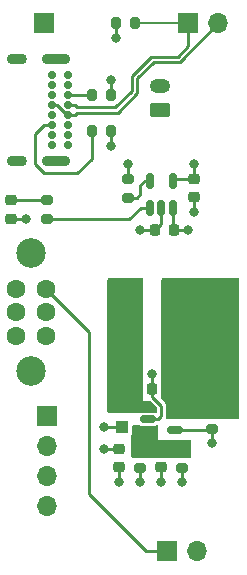
<source format=gbr>
%TF.GenerationSoftware,KiCad,Pcbnew,(6.0.7)*%
%TF.CreationDate,2022-10-01T16:55:56-07:00*%
%TF.ProjectId,dso150_mod,64736f31-3530-45f6-9d6f-642e6b696361,1.0*%
%TF.SameCoordinates,Original*%
%TF.FileFunction,Copper,L1,Top*%
%TF.FilePolarity,Positive*%
%FSLAX46Y46*%
G04 Gerber Fmt 4.6, Leading zero omitted, Abs format (unit mm)*
G04 Created by KiCad (PCBNEW (6.0.7)) date 2022-10-01 16:55:56*
%MOMM*%
%LPD*%
G01*
G04 APERTURE LIST*
G04 Aperture macros list*
%AMRoundRect*
0 Rectangle with rounded corners*
0 $1 Rounding radius*
0 $2 $3 $4 $5 $6 $7 $8 $9 X,Y pos of 4 corners*
0 Add a 4 corners polygon primitive as box body*
4,1,4,$2,$3,$4,$5,$6,$7,$8,$9,$2,$3,0*
0 Add four circle primitives for the rounded corners*
1,1,$1+$1,$2,$3*
1,1,$1+$1,$4,$5*
1,1,$1+$1,$6,$7*
1,1,$1+$1,$8,$9*
0 Add four rect primitives between the rounded corners*
20,1,$1+$1,$2,$3,$4,$5,0*
20,1,$1+$1,$4,$5,$6,$7,0*
20,1,$1+$1,$6,$7,$8,$9,0*
20,1,$1+$1,$8,$9,$2,$3,0*%
G04 Aperture macros list end*
%TA.AperFunction,ComponentPad*%
%ADD10R,1.700000X1.700000*%
%TD*%
%TA.AperFunction,ComponentPad*%
%ADD11O,1.700000X1.700000*%
%TD*%
%TA.AperFunction,ComponentPad*%
%ADD12RoundRect,0.250000X0.625000X-0.350000X0.625000X0.350000X-0.625000X0.350000X-0.625000X-0.350000X0*%
%TD*%
%TA.AperFunction,ComponentPad*%
%ADD13O,1.750000X1.200000*%
%TD*%
%TA.AperFunction,SMDPad,CuDef*%
%ADD14RoundRect,0.225000X0.225000X0.250000X-0.225000X0.250000X-0.225000X-0.250000X0.225000X-0.250000X0*%
%TD*%
%TA.AperFunction,SMDPad,CuDef*%
%ADD15RoundRect,0.200000X0.275000X-0.200000X0.275000X0.200000X-0.275000X0.200000X-0.275000X-0.200000X0*%
%TD*%
%TA.AperFunction,SMDPad,CuDef*%
%ADD16RoundRect,0.225000X0.250000X-0.225000X0.250000X0.225000X-0.250000X0.225000X-0.250000X-0.225000X0*%
%TD*%
%TA.AperFunction,SMDPad,CuDef*%
%ADD17RoundRect,0.200000X-0.200000X-0.275000X0.200000X-0.275000X0.200000X0.275000X-0.200000X0.275000X0*%
%TD*%
%TA.AperFunction,SMDPad,CuDef*%
%ADD18R,1.500000X2.400000*%
%TD*%
%TA.AperFunction,SMDPad,CuDef*%
%ADD19RoundRect,0.218750X-0.256250X0.218750X-0.256250X-0.218750X0.256250X-0.218750X0.256250X0.218750X0*%
%TD*%
%TA.AperFunction,SMDPad,CuDef*%
%ADD20RoundRect,0.225000X-0.250000X0.225000X-0.250000X-0.225000X0.250000X-0.225000X0.250000X0.225000X0*%
%TD*%
%TA.AperFunction,ComponentPad*%
%ADD21C,2.500000*%
%TD*%
%TA.AperFunction,ComponentPad*%
%ADD22C,1.600000*%
%TD*%
%TA.AperFunction,ComponentPad*%
%ADD23C,0.700000*%
%TD*%
%TA.AperFunction,ComponentPad*%
%ADD24O,2.400000X0.900000*%
%TD*%
%TA.AperFunction,ComponentPad*%
%ADD25O,1.700000X0.900000*%
%TD*%
%TA.AperFunction,SMDPad,CuDef*%
%ADD26RoundRect,0.150000X0.150000X-0.512500X0.150000X0.512500X-0.150000X0.512500X-0.150000X-0.512500X0*%
%TD*%
%TA.AperFunction,SMDPad,CuDef*%
%ADD27R,1.100000X1.100000*%
%TD*%
%TA.AperFunction,SMDPad,CuDef*%
%ADD28RoundRect,0.200000X-0.275000X0.200000X-0.275000X-0.200000X0.275000X-0.200000X0.275000X0.200000X0*%
%TD*%
%TA.AperFunction,SMDPad,CuDef*%
%ADD29RoundRect,0.150000X-0.512500X-0.150000X0.512500X-0.150000X0.512500X0.150000X-0.512500X0.150000X0*%
%TD*%
%TA.AperFunction,ViaPad*%
%ADD30C,0.800000*%
%TD*%
%TA.AperFunction,Conductor*%
%ADD31C,0.250000*%
%TD*%
%TA.AperFunction,Conductor*%
%ADD32C,0.200000*%
%TD*%
G04 APERTURE END LIST*
D10*
%TO.P,J2,1,Pin_1*%
%TO.N,/D+*%
X155443000Y-75692000D03*
D11*
%TO.P,J2,2,Pin_2*%
%TO.N,/D-*%
X157983000Y-75692000D03*
%TD*%
D12*
%TO.P,J3,1,Pin_1*%
%TO.N,+BATT*%
X152998000Y-83042000D03*
D13*
%TO.P,J3,2,Pin_2*%
%TO.N,GND*%
X152998000Y-81042000D03*
%TD*%
D14*
%TO.P,C2,1*%
%TO.N,+BATT*%
X154191000Y-93218000D03*
%TO.P,C2,2*%
%TO.N,GND*%
X152641000Y-93218000D03*
%TD*%
D15*
%TO.P,R4,1*%
%TO.N,Net-(R4-Pad1)*%
X150368000Y-90487000D03*
%TO.P,R4,2*%
%TO.N,GND*%
X150368000Y-88837000D03*
%TD*%
D16*
%TO.P,C4,1*%
%TO.N,+9V*%
X153162000Y-113297000D03*
%TO.P,C4,2*%
%TO.N,Net-(C4-Pad2)*%
X153162000Y-111747000D03*
%TD*%
D17*
%TO.P,R3,1*%
%TO.N,+3.3V*%
X149289000Y-75692000D03*
%TO.P,R3,2*%
%TO.N,/D+*%
X150939000Y-75692000D03*
%TD*%
D14*
%TO.P,C3,1*%
%TO.N,+BATT*%
X153937000Y-106680000D03*
%TO.P,C3,2*%
%TO.N,GND*%
X152387000Y-106680000D03*
%TD*%
D16*
%TO.P,C5,1*%
%TO.N,+9V*%
X149606000Y-113297000D03*
%TO.P,C5,2*%
%TO.N,GND*%
X149606000Y-111747000D03*
%TD*%
D18*
%TO.P,L1,1,1*%
%TO.N,+BATT*%
X156312000Y-101600000D03*
%TO.P,L1,2,2*%
%TO.N,Net-(D2-Pad2)*%
X150012000Y-101600000D03*
%TD*%
D19*
%TO.P,D1,1,K*%
%TO.N,Net-(D1-Pad1)*%
X140462000Y-90652500D03*
%TO.P,D1,2,A*%
%TO.N,+5V*%
X140462000Y-92227500D03*
%TD*%
D17*
%TO.P,R2,1*%
%TO.N,Net-(J1-PadA5)*%
X147257000Y-81788000D03*
%TO.P,R2,2*%
%TO.N,GND*%
X148907000Y-81788000D03*
%TD*%
D20*
%TO.P,C1,1*%
%TO.N,+5V*%
X155956000Y-88887000D03*
%TO.P,C1,2*%
%TO.N,GND*%
X155956000Y-90437000D03*
%TD*%
D21*
%TO.P,SW1,*%
%TO.N,*%
X142113000Y-95171000D03*
X142113000Y-105171000D03*
D22*
%TO.P,SW1,1,A*%
%TO.N,Net-(SW1-Pad1)*%
X143383000Y-98171000D03*
%TO.P,SW1,2,B*%
%TO.N,+9V*%
X143383000Y-100171000D03*
%TO.P,SW1,3,C*%
%TO.N,unconnected-(SW1-Pad3)*%
X143383000Y-102171000D03*
%TO.P,SW1,4,A*%
%TO.N,unconnected-(SW1-Pad4)*%
X140883000Y-98171000D03*
%TO.P,SW1,5,B*%
%TO.N,GND*%
X140883000Y-100171000D03*
%TO.P,SW1,6,C*%
%TO.N,Net-(R8-Pad2)*%
X140883000Y-102171000D03*
%TD*%
D17*
%TO.P,R1,1*%
%TO.N,Net-(J1-PadB5)*%
X147257000Y-84836000D03*
%TO.P,R1,2*%
%TO.N,GND*%
X148907000Y-84836000D03*
%TD*%
D15*
%TO.P,R5,1*%
%TO.N,Net-(R5-Pad1)*%
X143510000Y-92265000D03*
%TO.P,R5,2*%
%TO.N,Net-(D1-Pad1)*%
X143510000Y-90615000D03*
%TD*%
D23*
%TO.P,J1,A1,GND*%
%TO.N,GND*%
X145249000Y-80083000D03*
%TO.P,J1,A4,VBUS*%
%TO.N,+5V*%
X145249000Y-80933000D03*
%TO.P,J1,A5,CC1*%
%TO.N,Net-(J1-PadA5)*%
X145249000Y-81783000D03*
%TO.P,J1,A6,D+*%
%TO.N,/D+*%
X145249000Y-82633000D03*
%TO.P,J1,A7,D-*%
%TO.N,/D-*%
X145249000Y-83483000D03*
%TO.P,J1,A8,SBU1*%
%TO.N,unconnected-(J1-PadA8)*%
X145249000Y-84333000D03*
%TO.P,J1,A9,VBUS*%
%TO.N,+5V*%
X145249000Y-85183000D03*
%TO.P,J1,A12,GND*%
%TO.N,GND*%
X145249000Y-86033000D03*
%TO.P,J1,B1,GND*%
X143899000Y-86033000D03*
%TO.P,J1,B4,VBUS*%
%TO.N,+5V*%
X143899000Y-85183000D03*
%TO.P,J1,B5,CC2*%
%TO.N,Net-(J1-PadB5)*%
X143899000Y-84333000D03*
%TO.P,J1,B6,D+*%
%TO.N,/D+*%
X143899000Y-83483000D03*
%TO.P,J1,B7,D-*%
%TO.N,/D-*%
X143899000Y-82633000D03*
%TO.P,J1,B8,SBU2*%
%TO.N,unconnected-(J1-PadB8)*%
X143899000Y-81783000D03*
%TO.P,J1,B9,VBUS*%
%TO.N,+5V*%
X143899000Y-80933000D03*
%TO.P,J1,B12,GND*%
%TO.N,GND*%
X143899000Y-80083000D03*
D24*
%TO.P,J1,S1,SHIELD*%
X144269000Y-87383000D03*
D25*
X140889000Y-78733000D03*
X140889000Y-87383000D03*
D24*
X144269000Y-78733000D03*
%TD*%
D26*
%TO.P,U1,1,STAT*%
%TO.N,Net-(R5-Pad1)*%
X152212000Y-91307500D03*
%TO.P,U1,2,VSS*%
%TO.N,GND*%
X153162000Y-91307500D03*
%TO.P,U1,3,VBAT*%
%TO.N,+BATT*%
X154112000Y-91307500D03*
%TO.P,U1,4,VDD*%
%TO.N,+5V*%
X154112000Y-89032500D03*
%TO.P,U1,5,PROG*%
%TO.N,Net-(R4-Pad1)*%
X152212000Y-89032500D03*
%TD*%
D15*
%TO.P,R6,1*%
%TO.N,+9V*%
X151384000Y-113347000D03*
%TO.P,R6,2*%
%TO.N,Net-(C4-Pad2)*%
X151384000Y-111697000D03*
%TD*%
D27*
%TO.P,D2,1,K*%
%TO.N,+9V*%
X149860000Y-109858000D03*
%TO.P,D2,2,A*%
%TO.N,Net-(D2-Pad2)*%
X149860000Y-107058000D03*
%TD*%
D28*
%TO.P,R8,1*%
%TO.N,+BATT*%
X157480000Y-108395000D03*
%TO.P,R8,2*%
%TO.N,Net-(R8-Pad2)*%
X157480000Y-110045000D03*
%TD*%
%TO.P,R7,1*%
%TO.N,Net-(C4-Pad2)*%
X154940000Y-111697000D03*
%TO.P,R7,2*%
%TO.N,GND*%
X154940000Y-113347000D03*
%TD*%
D29*
%TO.P,U2,1,SW*%
%TO.N,Net-(D2-Pad2)*%
X152024500Y-108270000D03*
%TO.P,U2,2,GND*%
%TO.N,GND*%
X152024500Y-109220000D03*
%TO.P,U2,3,FB*%
%TO.N,Net-(C4-Pad2)*%
X152024500Y-110170000D03*
%TO.P,U2,4,EN*%
%TO.N,Net-(R8-Pad2)*%
X154299500Y-110170000D03*
%TO.P,U2,5,VIN*%
%TO.N,+BATT*%
X154299500Y-108270000D03*
%TD*%
D10*
%TO.P,J6,1,Pin_1*%
%TO.N,unconnected-(J6-Pad1)*%
X143256000Y-75692000D03*
%TD*%
%TO.P,J4,1,Pin_1*%
%TO.N,Net-(SW1-Pad1)*%
X153670000Y-120396000D03*
D11*
%TO.P,J4,2,Pin_2*%
%TO.N,GND*%
X156210000Y-120396000D03*
%TD*%
D10*
%TO.P,J5,1,Pin_1*%
%TO.N,+3.3V*%
X143510000Y-108976000D03*
D11*
%TO.P,J5,2,Pin_2*%
%TO.N,GND*%
X143510000Y-111516000D03*
%TO.P,J5,3,Pin_3*%
%TO.N,unconnected-(J5-Pad3)*%
X143510000Y-114056000D03*
%TO.P,J5,4,Pin_4*%
%TO.N,unconnected-(J5-Pad4)*%
X143510000Y-116596000D03*
%TD*%
D30*
%TO.N,+5V*%
X141732000Y-92227500D03*
X155956000Y-87630000D03*
%TO.N,GND*%
X152400000Y-105410000D03*
X151384000Y-93218000D03*
X150368000Y-87630000D03*
X148336000Y-111760000D03*
X148907000Y-80518000D03*
X155956000Y-91694000D03*
X148907000Y-86106000D03*
X154940000Y-114554000D03*
%TO.N,+BATT*%
X155448000Y-93218000D03*
X154940000Y-101600000D03*
X157734000Y-101600000D03*
X156464000Y-99822000D03*
X153924000Y-105410000D03*
X156464000Y-103378000D03*
X155702000Y-108204000D03*
%TO.N,+9V*%
X149606000Y-114554000D03*
X153162000Y-114554000D03*
X148336000Y-109858000D03*
X151384000Y-114554000D03*
%TO.N,+3.3V*%
X149289000Y-76962000D03*
%TO.N,Net-(R8-Pad2)*%
X157480000Y-111252000D03*
%TD*%
D31*
%TO.N,+5V*%
X155956000Y-87630000D02*
X155956000Y-88887000D01*
X141732000Y-92227500D02*
X140462000Y-92227500D01*
X155956000Y-88887000D02*
X154257500Y-88887000D01*
X154257500Y-88887000D02*
X154112000Y-89032500D01*
%TO.N,GND*%
X153162000Y-108966000D02*
X153162000Y-108073249D01*
X149593000Y-111760000D02*
X149606000Y-111747000D01*
X152387000Y-107298249D02*
X152387000Y-106680000D01*
X150368000Y-87630000D02*
X150368000Y-88837000D01*
X153162000Y-92697000D02*
X152641000Y-93218000D01*
X152400000Y-105410000D02*
X152400000Y-106667000D01*
X154940000Y-114554000D02*
X154940000Y-113347000D01*
X148907000Y-86106000D02*
X148907000Y-84836000D01*
X153162000Y-108073249D02*
X152387000Y-107298249D01*
X148907000Y-80518000D02*
X148907000Y-81788000D01*
X152400000Y-106667000D02*
X152387000Y-106680000D01*
X152908000Y-109220000D02*
X153162000Y-108966000D01*
X148336000Y-111760000D02*
X149593000Y-111760000D01*
X155956000Y-91694000D02*
X155956000Y-90437000D01*
X152024500Y-109220000D02*
X152908000Y-109220000D01*
X153162000Y-91307500D02*
X153162000Y-92697000D01*
X151384000Y-93218000D02*
X152641000Y-93218000D01*
%TO.N,+BATT*%
X154112000Y-93139000D02*
X154191000Y-93218000D01*
X155448000Y-93218000D02*
X154191000Y-93218000D01*
X154112000Y-91307500D02*
X154112000Y-93139000D01*
%TO.N,+9V*%
X148336000Y-109858000D02*
X149860000Y-109858000D01*
X149606000Y-114554000D02*
X149606000Y-113297000D01*
X151384000Y-114554000D02*
X151384000Y-113347000D01*
X153162000Y-114554000D02*
X153162000Y-113297000D01*
%TO.N,Net-(J1-PadA5)*%
X145249000Y-81783000D02*
X147252000Y-81783000D01*
X147252000Y-81783000D02*
X147257000Y-81788000D01*
%TO.N,Net-(J1-PadB5)*%
X142494000Y-87630000D02*
X142494000Y-85039513D01*
X147257000Y-84836000D02*
X147257000Y-87185000D01*
X143256000Y-88392000D02*
X142494000Y-87630000D01*
X146050000Y-88392000D02*
X143256000Y-88392000D01*
X147257000Y-87185000D02*
X146050000Y-88392000D01*
X143200513Y-84333000D02*
X143899000Y-84333000D01*
X142494000Y-85039513D02*
X143200513Y-84333000D01*
%TO.N,+3.3V*%
X149289000Y-76962000D02*
X149289000Y-75692000D01*
%TO.N,Net-(R4-Pad1)*%
X151067000Y-90487000D02*
X151384000Y-90170000D01*
X152212000Y-89032500D02*
X151759500Y-89032500D01*
X150368000Y-90487000D02*
X151067000Y-90487000D01*
X151384000Y-90170000D02*
X151384000Y-89408000D01*
X151759500Y-89032500D02*
X151384000Y-89408000D01*
%TO.N,Net-(D1-Pad1)*%
X140499500Y-90615000D02*
X140462000Y-90652500D01*
X143510000Y-90615000D02*
X140499500Y-90615000D01*
%TO.N,Net-(R5-Pad1)*%
X143510000Y-92265000D02*
X150432000Y-92265000D01*
X151389500Y-91307500D02*
X152212000Y-91307500D01*
X150432000Y-92265000D02*
X151389500Y-91307500D01*
%TO.N,/D+*%
X146050000Y-82804000D02*
X149252446Y-82804000D01*
D32*
X150939000Y-75692000D02*
X155443000Y-75692000D01*
D31*
X155443000Y-77595603D02*
X155443000Y-75692000D01*
X154523603Y-78515000D02*
X155443000Y-77595603D01*
X152306800Y-78515000D02*
X154523603Y-78515000D01*
X145249000Y-82633000D02*
X145879000Y-82633000D01*
X149252446Y-82804000D02*
X150626000Y-81430446D01*
X150626000Y-81430446D02*
X150626000Y-80195800D01*
X145879000Y-82633000D02*
X146050000Y-82804000D01*
X150626000Y-80195800D02*
X152306800Y-78515000D01*
%TO.N,/D-*%
X154710000Y-78965000D02*
X157983000Y-75692000D01*
X143899000Y-82633000D02*
X144294405Y-82633000D01*
X151126000Y-80332200D02*
X152493200Y-78965000D01*
X145249000Y-83483000D02*
X145879000Y-83483000D01*
X145879000Y-83483000D02*
X146050000Y-83312000D01*
X146050000Y-83312000D02*
X149451554Y-83312000D01*
X152493200Y-78965000D02*
X154710000Y-78965000D01*
X151126000Y-81637554D02*
X151126000Y-80332200D01*
X145144405Y-83483000D02*
X145249000Y-83483000D01*
X144294405Y-82633000D02*
X145144405Y-83483000D01*
X149451554Y-83312000D02*
X151126000Y-81637554D01*
%TO.N,Net-(SW1-Pad1)*%
X151892000Y-120396000D02*
X153670000Y-120396000D01*
X147066000Y-101854000D02*
X147066000Y-115570000D01*
X143383000Y-98171000D02*
X147066000Y-101854000D01*
X147066000Y-115570000D02*
X151892000Y-120396000D01*
%TO.N,Net-(R8-Pad2)*%
X157480000Y-110045000D02*
X157480000Y-111252000D01*
X157355000Y-110170000D02*
X157480000Y-110045000D01*
X154299500Y-110170000D02*
X157355000Y-110170000D01*
%TD*%
%TA.AperFunction,Conductor*%
%TO.N,Net-(C4-Pad2)*%
G36*
X151350579Y-109741733D02*
G01*
X151362883Y-109748002D01*
X151385445Y-109759498D01*
X151480166Y-109774500D01*
X152568834Y-109774500D01*
X152663555Y-109759498D01*
X152686117Y-109748002D01*
X152698421Y-109741733D01*
X152755624Y-109728000D01*
X152782000Y-109728000D01*
X152850121Y-109748002D01*
X152896614Y-109801658D01*
X152908000Y-109854000D01*
X152908000Y-110998000D01*
X155576000Y-110998000D01*
X155644121Y-111018002D01*
X155690614Y-111071658D01*
X155702000Y-111124000D01*
X155702000Y-112396000D01*
X155681998Y-112464121D01*
X155628342Y-112510614D01*
X155576000Y-112522000D01*
X150748000Y-112522000D01*
X150679879Y-112501998D01*
X150633386Y-112448342D01*
X150622000Y-112396000D01*
X150622000Y-110587029D01*
X150639411Y-110529632D01*
X150638090Y-110529085D01*
X150642840Y-110517619D01*
X150649734Y-110507301D01*
X150664500Y-110433067D01*
X150664499Y-109853998D01*
X150684501Y-109785879D01*
X150738157Y-109739386D01*
X150790499Y-109728000D01*
X151293376Y-109728000D01*
X151350579Y-109741733D01*
G37*
%TD.AperFunction*%
%TD*%
%TA.AperFunction,Conductor*%
%TO.N,+BATT*%
G36*
X159707621Y-97302002D02*
G01*
X159754114Y-97355658D01*
X159765500Y-97408000D01*
X159765500Y-109094000D01*
X159745498Y-109162121D01*
X159691842Y-109208614D01*
X159639500Y-109220000D01*
X153652841Y-109220000D01*
X153584720Y-109199998D01*
X153538227Y-109146342D01*
X153528123Y-109076068D01*
X153533959Y-109052250D01*
X153538391Y-109039630D01*
X153538391Y-109039629D01*
X153541018Y-109032149D01*
X153541500Y-109026584D01*
X153541500Y-109023876D01*
X153541614Y-109021242D01*
X153541643Y-109021144D01*
X153541807Y-109021151D01*
X153541851Y-109020447D01*
X153543713Y-109014222D01*
X153541597Y-108960365D01*
X153541500Y-108955418D01*
X153541500Y-108127174D01*
X153544050Y-108103216D01*
X153544128Y-108101557D01*
X153546321Y-108091373D01*
X153545097Y-108081031D01*
X153545097Y-108081028D01*
X153542374Y-108058028D01*
X153542024Y-108052097D01*
X153541928Y-108052105D01*
X153541500Y-108046929D01*
X153541500Y-108041725D01*
X153538327Y-108022661D01*
X153537496Y-108016815D01*
X153532694Y-107976250D01*
X153531470Y-107965908D01*
X153527507Y-107957656D01*
X153526004Y-107948623D01*
X153501656Y-107903497D01*
X153498982Y-107898251D01*
X153476781Y-107852018D01*
X153473187Y-107847742D01*
X153471247Y-107845802D01*
X153469493Y-107843890D01*
X153469445Y-107843801D01*
X153469568Y-107843689D01*
X153469095Y-107843153D01*
X153466010Y-107837435D01*
X153426413Y-107800832D01*
X153422848Y-107797403D01*
X153198905Y-107573460D01*
X153164879Y-107511148D01*
X153162000Y-107484365D01*
X153162000Y-97408000D01*
X153182002Y-97339879D01*
X153235658Y-97293386D01*
X153288000Y-97282000D01*
X159639500Y-97282000D01*
X159707621Y-97302002D01*
G37*
%TD.AperFunction*%
%TD*%
%TA.AperFunction,Conductor*%
%TO.N,Net-(D2-Pad2)*%
G36*
X151580121Y-97302002D02*
G01*
X151626614Y-97355658D01*
X151638000Y-97408000D01*
X151638000Y-107696000D01*
X152195867Y-107696000D01*
X152263988Y-107716002D01*
X152284962Y-107732905D01*
X152745595Y-108193538D01*
X152779621Y-108255850D01*
X152782500Y-108282633D01*
X152782500Y-108551814D01*
X152762498Y-108619935D01*
X152708842Y-108666428D01*
X152636790Y-108676263D01*
X152568834Y-108665500D01*
X151480166Y-108665500D01*
X151385445Y-108680502D01*
X151376612Y-108685003D01*
X151376611Y-108685003D01*
X151350579Y-108698267D01*
X151293376Y-108712000D01*
X148716000Y-108712000D01*
X148647879Y-108691998D01*
X148601386Y-108638342D01*
X148590000Y-108586000D01*
X148590000Y-97408000D01*
X148610002Y-97339879D01*
X148663658Y-97293386D01*
X148716000Y-97282000D01*
X151512000Y-97282000D01*
X151580121Y-97302002D01*
G37*
%TD.AperFunction*%
%TD*%
M02*

</source>
